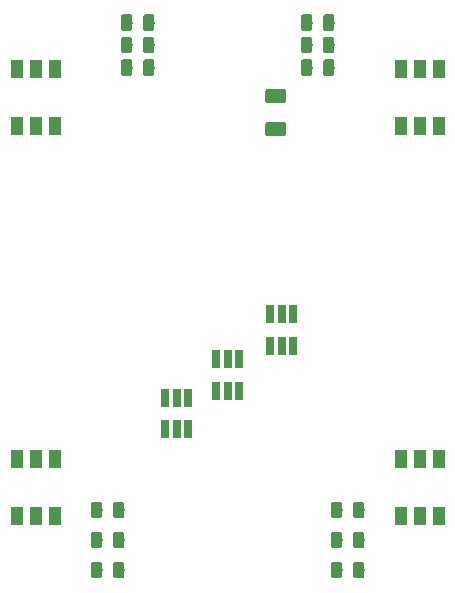
<source format=gbr>
G04 #@! TF.GenerationSoftware,KiCad,Pcbnew,5.0.2+dfsg1-1*
G04 #@! TF.CreationDate,2021-08-24T19:42:59-04:00*
G04 #@! TF.ProjectId,WIFI_RGB_PCB,57494649-5f52-4474-925f-5043422e6b69,rev?*
G04 #@! TF.SameCoordinates,Original*
G04 #@! TF.FileFunction,Paste,Top*
G04 #@! TF.FilePolarity,Positive*
%FSLAX46Y46*%
G04 Gerber Fmt 4.6, Leading zero omitted, Abs format (unit mm)*
G04 Created by KiCad (PCBNEW 5.0.2+dfsg1-1) date Tue 24 Aug 2021 07:42:59 PM EDT*
%MOMM*%
%LPD*%
G01*
G04 APERTURE LIST*
%ADD10R,1.000000X1.500000*%
%ADD11C,0.100000*%
%ADD12C,0.975000*%
%ADD13C,1.250000*%
%ADD14R,0.650000X1.560000*%
G04 APERTURE END LIST*
D10*
G04 #@! TO.C,D4*
X111176000Y-76110000D03*
X112776000Y-76110000D03*
X114376000Y-76110000D03*
X111176000Y-71210000D03*
X112776000Y-71210000D03*
X114376000Y-71210000D03*
G04 #@! TD*
G04 #@! TO.C,D3*
X81864000Y-71210000D03*
X80264000Y-71210000D03*
X78664000Y-71210000D03*
X81864000Y-76110000D03*
X80264000Y-76110000D03*
X78664000Y-76110000D03*
G04 #@! TD*
G04 #@! TO.C,D2*
X114376000Y-104230000D03*
X112776000Y-104230000D03*
X111176000Y-104230000D03*
X114376000Y-109130000D03*
X112776000Y-109130000D03*
X111176000Y-109130000D03*
G04 #@! TD*
G04 #@! TO.C,D1*
X78664000Y-109130000D03*
X80264000Y-109130000D03*
X81864000Y-109130000D03*
X78664000Y-104230000D03*
X80264000Y-104230000D03*
X81864000Y-104230000D03*
G04 #@! TD*
D11*
G04 #@! TO.C,R7*
G36*
X88230142Y-66611174D02*
X88253803Y-66614684D01*
X88277007Y-66620496D01*
X88299529Y-66628554D01*
X88321153Y-66638782D01*
X88341670Y-66651079D01*
X88360883Y-66665329D01*
X88378607Y-66681393D01*
X88394671Y-66699117D01*
X88408921Y-66718330D01*
X88421218Y-66738847D01*
X88431446Y-66760471D01*
X88439504Y-66782993D01*
X88445316Y-66806197D01*
X88448826Y-66829858D01*
X88450000Y-66853750D01*
X88450000Y-67766250D01*
X88448826Y-67790142D01*
X88445316Y-67813803D01*
X88439504Y-67837007D01*
X88431446Y-67859529D01*
X88421218Y-67881153D01*
X88408921Y-67901670D01*
X88394671Y-67920883D01*
X88378607Y-67938607D01*
X88360883Y-67954671D01*
X88341670Y-67968921D01*
X88321153Y-67981218D01*
X88299529Y-67991446D01*
X88277007Y-67999504D01*
X88253803Y-68005316D01*
X88230142Y-68008826D01*
X88206250Y-68010000D01*
X87718750Y-68010000D01*
X87694858Y-68008826D01*
X87671197Y-68005316D01*
X87647993Y-67999504D01*
X87625471Y-67991446D01*
X87603847Y-67981218D01*
X87583330Y-67968921D01*
X87564117Y-67954671D01*
X87546393Y-67938607D01*
X87530329Y-67920883D01*
X87516079Y-67901670D01*
X87503782Y-67881153D01*
X87493554Y-67859529D01*
X87485496Y-67837007D01*
X87479684Y-67813803D01*
X87476174Y-67790142D01*
X87475000Y-67766250D01*
X87475000Y-66853750D01*
X87476174Y-66829858D01*
X87479684Y-66806197D01*
X87485496Y-66782993D01*
X87493554Y-66760471D01*
X87503782Y-66738847D01*
X87516079Y-66718330D01*
X87530329Y-66699117D01*
X87546393Y-66681393D01*
X87564117Y-66665329D01*
X87583330Y-66651079D01*
X87603847Y-66638782D01*
X87625471Y-66628554D01*
X87647993Y-66620496D01*
X87671197Y-66614684D01*
X87694858Y-66611174D01*
X87718750Y-66610000D01*
X88206250Y-66610000D01*
X88230142Y-66611174D01*
X88230142Y-66611174D01*
G37*
D12*
X87962500Y-67310000D03*
D11*
G36*
X90105142Y-66611174D02*
X90128803Y-66614684D01*
X90152007Y-66620496D01*
X90174529Y-66628554D01*
X90196153Y-66638782D01*
X90216670Y-66651079D01*
X90235883Y-66665329D01*
X90253607Y-66681393D01*
X90269671Y-66699117D01*
X90283921Y-66718330D01*
X90296218Y-66738847D01*
X90306446Y-66760471D01*
X90314504Y-66782993D01*
X90320316Y-66806197D01*
X90323826Y-66829858D01*
X90325000Y-66853750D01*
X90325000Y-67766250D01*
X90323826Y-67790142D01*
X90320316Y-67813803D01*
X90314504Y-67837007D01*
X90306446Y-67859529D01*
X90296218Y-67881153D01*
X90283921Y-67901670D01*
X90269671Y-67920883D01*
X90253607Y-67938607D01*
X90235883Y-67954671D01*
X90216670Y-67968921D01*
X90196153Y-67981218D01*
X90174529Y-67991446D01*
X90152007Y-67999504D01*
X90128803Y-68005316D01*
X90105142Y-68008826D01*
X90081250Y-68010000D01*
X89593750Y-68010000D01*
X89569858Y-68008826D01*
X89546197Y-68005316D01*
X89522993Y-67999504D01*
X89500471Y-67991446D01*
X89478847Y-67981218D01*
X89458330Y-67968921D01*
X89439117Y-67954671D01*
X89421393Y-67938607D01*
X89405329Y-67920883D01*
X89391079Y-67901670D01*
X89378782Y-67881153D01*
X89368554Y-67859529D01*
X89360496Y-67837007D01*
X89354684Y-67813803D01*
X89351174Y-67790142D01*
X89350000Y-67766250D01*
X89350000Y-66853750D01*
X89351174Y-66829858D01*
X89354684Y-66806197D01*
X89360496Y-66782993D01*
X89368554Y-66760471D01*
X89378782Y-66738847D01*
X89391079Y-66718330D01*
X89405329Y-66699117D01*
X89421393Y-66681393D01*
X89439117Y-66665329D01*
X89458330Y-66651079D01*
X89478847Y-66638782D01*
X89500471Y-66628554D01*
X89522993Y-66620496D01*
X89546197Y-66614684D01*
X89569858Y-66611174D01*
X89593750Y-66610000D01*
X90081250Y-66610000D01*
X90105142Y-66611174D01*
X90105142Y-66611174D01*
G37*
D12*
X89837500Y-67310000D03*
G04 #@! TD*
D11*
G04 #@! TO.C,R12*
G36*
X103470142Y-66611174D02*
X103493803Y-66614684D01*
X103517007Y-66620496D01*
X103539529Y-66628554D01*
X103561153Y-66638782D01*
X103581670Y-66651079D01*
X103600883Y-66665329D01*
X103618607Y-66681393D01*
X103634671Y-66699117D01*
X103648921Y-66718330D01*
X103661218Y-66738847D01*
X103671446Y-66760471D01*
X103679504Y-66782993D01*
X103685316Y-66806197D01*
X103688826Y-66829858D01*
X103690000Y-66853750D01*
X103690000Y-67766250D01*
X103688826Y-67790142D01*
X103685316Y-67813803D01*
X103679504Y-67837007D01*
X103671446Y-67859529D01*
X103661218Y-67881153D01*
X103648921Y-67901670D01*
X103634671Y-67920883D01*
X103618607Y-67938607D01*
X103600883Y-67954671D01*
X103581670Y-67968921D01*
X103561153Y-67981218D01*
X103539529Y-67991446D01*
X103517007Y-67999504D01*
X103493803Y-68005316D01*
X103470142Y-68008826D01*
X103446250Y-68010000D01*
X102958750Y-68010000D01*
X102934858Y-68008826D01*
X102911197Y-68005316D01*
X102887993Y-67999504D01*
X102865471Y-67991446D01*
X102843847Y-67981218D01*
X102823330Y-67968921D01*
X102804117Y-67954671D01*
X102786393Y-67938607D01*
X102770329Y-67920883D01*
X102756079Y-67901670D01*
X102743782Y-67881153D01*
X102733554Y-67859529D01*
X102725496Y-67837007D01*
X102719684Y-67813803D01*
X102716174Y-67790142D01*
X102715000Y-67766250D01*
X102715000Y-66853750D01*
X102716174Y-66829858D01*
X102719684Y-66806197D01*
X102725496Y-66782993D01*
X102733554Y-66760471D01*
X102743782Y-66738847D01*
X102756079Y-66718330D01*
X102770329Y-66699117D01*
X102786393Y-66681393D01*
X102804117Y-66665329D01*
X102823330Y-66651079D01*
X102843847Y-66638782D01*
X102865471Y-66628554D01*
X102887993Y-66620496D01*
X102911197Y-66614684D01*
X102934858Y-66611174D01*
X102958750Y-66610000D01*
X103446250Y-66610000D01*
X103470142Y-66611174D01*
X103470142Y-66611174D01*
G37*
D12*
X103202500Y-67310000D03*
D11*
G36*
X105345142Y-66611174D02*
X105368803Y-66614684D01*
X105392007Y-66620496D01*
X105414529Y-66628554D01*
X105436153Y-66638782D01*
X105456670Y-66651079D01*
X105475883Y-66665329D01*
X105493607Y-66681393D01*
X105509671Y-66699117D01*
X105523921Y-66718330D01*
X105536218Y-66738847D01*
X105546446Y-66760471D01*
X105554504Y-66782993D01*
X105560316Y-66806197D01*
X105563826Y-66829858D01*
X105565000Y-66853750D01*
X105565000Y-67766250D01*
X105563826Y-67790142D01*
X105560316Y-67813803D01*
X105554504Y-67837007D01*
X105546446Y-67859529D01*
X105536218Y-67881153D01*
X105523921Y-67901670D01*
X105509671Y-67920883D01*
X105493607Y-67938607D01*
X105475883Y-67954671D01*
X105456670Y-67968921D01*
X105436153Y-67981218D01*
X105414529Y-67991446D01*
X105392007Y-67999504D01*
X105368803Y-68005316D01*
X105345142Y-68008826D01*
X105321250Y-68010000D01*
X104833750Y-68010000D01*
X104809858Y-68008826D01*
X104786197Y-68005316D01*
X104762993Y-67999504D01*
X104740471Y-67991446D01*
X104718847Y-67981218D01*
X104698330Y-67968921D01*
X104679117Y-67954671D01*
X104661393Y-67938607D01*
X104645329Y-67920883D01*
X104631079Y-67901670D01*
X104618782Y-67881153D01*
X104608554Y-67859529D01*
X104600496Y-67837007D01*
X104594684Y-67813803D01*
X104591174Y-67790142D01*
X104590000Y-67766250D01*
X104590000Y-66853750D01*
X104591174Y-66829858D01*
X104594684Y-66806197D01*
X104600496Y-66782993D01*
X104608554Y-66760471D01*
X104618782Y-66738847D01*
X104631079Y-66718330D01*
X104645329Y-66699117D01*
X104661393Y-66681393D01*
X104679117Y-66665329D01*
X104698330Y-66651079D01*
X104718847Y-66638782D01*
X104740471Y-66628554D01*
X104762993Y-66620496D01*
X104786197Y-66614684D01*
X104809858Y-66611174D01*
X104833750Y-66610000D01*
X105321250Y-66610000D01*
X105345142Y-66611174D01*
X105345142Y-66611174D01*
G37*
D12*
X105077500Y-67310000D03*
G04 #@! TD*
D11*
G04 #@! TO.C,R11*
G36*
X105345142Y-70421174D02*
X105368803Y-70424684D01*
X105392007Y-70430496D01*
X105414529Y-70438554D01*
X105436153Y-70448782D01*
X105456670Y-70461079D01*
X105475883Y-70475329D01*
X105493607Y-70491393D01*
X105509671Y-70509117D01*
X105523921Y-70528330D01*
X105536218Y-70548847D01*
X105546446Y-70570471D01*
X105554504Y-70592993D01*
X105560316Y-70616197D01*
X105563826Y-70639858D01*
X105565000Y-70663750D01*
X105565000Y-71576250D01*
X105563826Y-71600142D01*
X105560316Y-71623803D01*
X105554504Y-71647007D01*
X105546446Y-71669529D01*
X105536218Y-71691153D01*
X105523921Y-71711670D01*
X105509671Y-71730883D01*
X105493607Y-71748607D01*
X105475883Y-71764671D01*
X105456670Y-71778921D01*
X105436153Y-71791218D01*
X105414529Y-71801446D01*
X105392007Y-71809504D01*
X105368803Y-71815316D01*
X105345142Y-71818826D01*
X105321250Y-71820000D01*
X104833750Y-71820000D01*
X104809858Y-71818826D01*
X104786197Y-71815316D01*
X104762993Y-71809504D01*
X104740471Y-71801446D01*
X104718847Y-71791218D01*
X104698330Y-71778921D01*
X104679117Y-71764671D01*
X104661393Y-71748607D01*
X104645329Y-71730883D01*
X104631079Y-71711670D01*
X104618782Y-71691153D01*
X104608554Y-71669529D01*
X104600496Y-71647007D01*
X104594684Y-71623803D01*
X104591174Y-71600142D01*
X104590000Y-71576250D01*
X104590000Y-70663750D01*
X104591174Y-70639858D01*
X104594684Y-70616197D01*
X104600496Y-70592993D01*
X104608554Y-70570471D01*
X104618782Y-70548847D01*
X104631079Y-70528330D01*
X104645329Y-70509117D01*
X104661393Y-70491393D01*
X104679117Y-70475329D01*
X104698330Y-70461079D01*
X104718847Y-70448782D01*
X104740471Y-70438554D01*
X104762993Y-70430496D01*
X104786197Y-70424684D01*
X104809858Y-70421174D01*
X104833750Y-70420000D01*
X105321250Y-70420000D01*
X105345142Y-70421174D01*
X105345142Y-70421174D01*
G37*
D12*
X105077500Y-71120000D03*
D11*
G36*
X103470142Y-70421174D02*
X103493803Y-70424684D01*
X103517007Y-70430496D01*
X103539529Y-70438554D01*
X103561153Y-70448782D01*
X103581670Y-70461079D01*
X103600883Y-70475329D01*
X103618607Y-70491393D01*
X103634671Y-70509117D01*
X103648921Y-70528330D01*
X103661218Y-70548847D01*
X103671446Y-70570471D01*
X103679504Y-70592993D01*
X103685316Y-70616197D01*
X103688826Y-70639858D01*
X103690000Y-70663750D01*
X103690000Y-71576250D01*
X103688826Y-71600142D01*
X103685316Y-71623803D01*
X103679504Y-71647007D01*
X103671446Y-71669529D01*
X103661218Y-71691153D01*
X103648921Y-71711670D01*
X103634671Y-71730883D01*
X103618607Y-71748607D01*
X103600883Y-71764671D01*
X103581670Y-71778921D01*
X103561153Y-71791218D01*
X103539529Y-71801446D01*
X103517007Y-71809504D01*
X103493803Y-71815316D01*
X103470142Y-71818826D01*
X103446250Y-71820000D01*
X102958750Y-71820000D01*
X102934858Y-71818826D01*
X102911197Y-71815316D01*
X102887993Y-71809504D01*
X102865471Y-71801446D01*
X102843847Y-71791218D01*
X102823330Y-71778921D01*
X102804117Y-71764671D01*
X102786393Y-71748607D01*
X102770329Y-71730883D01*
X102756079Y-71711670D01*
X102743782Y-71691153D01*
X102733554Y-71669529D01*
X102725496Y-71647007D01*
X102719684Y-71623803D01*
X102716174Y-71600142D01*
X102715000Y-71576250D01*
X102715000Y-70663750D01*
X102716174Y-70639858D01*
X102719684Y-70616197D01*
X102725496Y-70592993D01*
X102733554Y-70570471D01*
X102743782Y-70548847D01*
X102756079Y-70528330D01*
X102770329Y-70509117D01*
X102786393Y-70491393D01*
X102804117Y-70475329D01*
X102823330Y-70461079D01*
X102843847Y-70448782D01*
X102865471Y-70438554D01*
X102887993Y-70430496D01*
X102911197Y-70424684D01*
X102934858Y-70421174D01*
X102958750Y-70420000D01*
X103446250Y-70420000D01*
X103470142Y-70421174D01*
X103470142Y-70421174D01*
G37*
D12*
X103202500Y-71120000D03*
G04 #@! TD*
D11*
G04 #@! TO.C,R10*
G36*
X103470142Y-68516174D02*
X103493803Y-68519684D01*
X103517007Y-68525496D01*
X103539529Y-68533554D01*
X103561153Y-68543782D01*
X103581670Y-68556079D01*
X103600883Y-68570329D01*
X103618607Y-68586393D01*
X103634671Y-68604117D01*
X103648921Y-68623330D01*
X103661218Y-68643847D01*
X103671446Y-68665471D01*
X103679504Y-68687993D01*
X103685316Y-68711197D01*
X103688826Y-68734858D01*
X103690000Y-68758750D01*
X103690000Y-69671250D01*
X103688826Y-69695142D01*
X103685316Y-69718803D01*
X103679504Y-69742007D01*
X103671446Y-69764529D01*
X103661218Y-69786153D01*
X103648921Y-69806670D01*
X103634671Y-69825883D01*
X103618607Y-69843607D01*
X103600883Y-69859671D01*
X103581670Y-69873921D01*
X103561153Y-69886218D01*
X103539529Y-69896446D01*
X103517007Y-69904504D01*
X103493803Y-69910316D01*
X103470142Y-69913826D01*
X103446250Y-69915000D01*
X102958750Y-69915000D01*
X102934858Y-69913826D01*
X102911197Y-69910316D01*
X102887993Y-69904504D01*
X102865471Y-69896446D01*
X102843847Y-69886218D01*
X102823330Y-69873921D01*
X102804117Y-69859671D01*
X102786393Y-69843607D01*
X102770329Y-69825883D01*
X102756079Y-69806670D01*
X102743782Y-69786153D01*
X102733554Y-69764529D01*
X102725496Y-69742007D01*
X102719684Y-69718803D01*
X102716174Y-69695142D01*
X102715000Y-69671250D01*
X102715000Y-68758750D01*
X102716174Y-68734858D01*
X102719684Y-68711197D01*
X102725496Y-68687993D01*
X102733554Y-68665471D01*
X102743782Y-68643847D01*
X102756079Y-68623330D01*
X102770329Y-68604117D01*
X102786393Y-68586393D01*
X102804117Y-68570329D01*
X102823330Y-68556079D01*
X102843847Y-68543782D01*
X102865471Y-68533554D01*
X102887993Y-68525496D01*
X102911197Y-68519684D01*
X102934858Y-68516174D01*
X102958750Y-68515000D01*
X103446250Y-68515000D01*
X103470142Y-68516174D01*
X103470142Y-68516174D01*
G37*
D12*
X103202500Y-69215000D03*
D11*
G36*
X105345142Y-68516174D02*
X105368803Y-68519684D01*
X105392007Y-68525496D01*
X105414529Y-68533554D01*
X105436153Y-68543782D01*
X105456670Y-68556079D01*
X105475883Y-68570329D01*
X105493607Y-68586393D01*
X105509671Y-68604117D01*
X105523921Y-68623330D01*
X105536218Y-68643847D01*
X105546446Y-68665471D01*
X105554504Y-68687993D01*
X105560316Y-68711197D01*
X105563826Y-68734858D01*
X105565000Y-68758750D01*
X105565000Y-69671250D01*
X105563826Y-69695142D01*
X105560316Y-69718803D01*
X105554504Y-69742007D01*
X105546446Y-69764529D01*
X105536218Y-69786153D01*
X105523921Y-69806670D01*
X105509671Y-69825883D01*
X105493607Y-69843607D01*
X105475883Y-69859671D01*
X105456670Y-69873921D01*
X105436153Y-69886218D01*
X105414529Y-69896446D01*
X105392007Y-69904504D01*
X105368803Y-69910316D01*
X105345142Y-69913826D01*
X105321250Y-69915000D01*
X104833750Y-69915000D01*
X104809858Y-69913826D01*
X104786197Y-69910316D01*
X104762993Y-69904504D01*
X104740471Y-69896446D01*
X104718847Y-69886218D01*
X104698330Y-69873921D01*
X104679117Y-69859671D01*
X104661393Y-69843607D01*
X104645329Y-69825883D01*
X104631079Y-69806670D01*
X104618782Y-69786153D01*
X104608554Y-69764529D01*
X104600496Y-69742007D01*
X104594684Y-69718803D01*
X104591174Y-69695142D01*
X104590000Y-69671250D01*
X104590000Y-68758750D01*
X104591174Y-68734858D01*
X104594684Y-68711197D01*
X104600496Y-68687993D01*
X104608554Y-68665471D01*
X104618782Y-68643847D01*
X104631079Y-68623330D01*
X104645329Y-68604117D01*
X104661393Y-68586393D01*
X104679117Y-68570329D01*
X104698330Y-68556079D01*
X104718847Y-68543782D01*
X104740471Y-68533554D01*
X104762993Y-68525496D01*
X104786197Y-68519684D01*
X104809858Y-68516174D01*
X104833750Y-68515000D01*
X105321250Y-68515000D01*
X105345142Y-68516174D01*
X105345142Y-68516174D01*
G37*
D12*
X105077500Y-69215000D03*
G04 #@! TD*
D11*
G04 #@! TO.C,R9*
G36*
X88230142Y-70421174D02*
X88253803Y-70424684D01*
X88277007Y-70430496D01*
X88299529Y-70438554D01*
X88321153Y-70448782D01*
X88341670Y-70461079D01*
X88360883Y-70475329D01*
X88378607Y-70491393D01*
X88394671Y-70509117D01*
X88408921Y-70528330D01*
X88421218Y-70548847D01*
X88431446Y-70570471D01*
X88439504Y-70592993D01*
X88445316Y-70616197D01*
X88448826Y-70639858D01*
X88450000Y-70663750D01*
X88450000Y-71576250D01*
X88448826Y-71600142D01*
X88445316Y-71623803D01*
X88439504Y-71647007D01*
X88431446Y-71669529D01*
X88421218Y-71691153D01*
X88408921Y-71711670D01*
X88394671Y-71730883D01*
X88378607Y-71748607D01*
X88360883Y-71764671D01*
X88341670Y-71778921D01*
X88321153Y-71791218D01*
X88299529Y-71801446D01*
X88277007Y-71809504D01*
X88253803Y-71815316D01*
X88230142Y-71818826D01*
X88206250Y-71820000D01*
X87718750Y-71820000D01*
X87694858Y-71818826D01*
X87671197Y-71815316D01*
X87647993Y-71809504D01*
X87625471Y-71801446D01*
X87603847Y-71791218D01*
X87583330Y-71778921D01*
X87564117Y-71764671D01*
X87546393Y-71748607D01*
X87530329Y-71730883D01*
X87516079Y-71711670D01*
X87503782Y-71691153D01*
X87493554Y-71669529D01*
X87485496Y-71647007D01*
X87479684Y-71623803D01*
X87476174Y-71600142D01*
X87475000Y-71576250D01*
X87475000Y-70663750D01*
X87476174Y-70639858D01*
X87479684Y-70616197D01*
X87485496Y-70592993D01*
X87493554Y-70570471D01*
X87503782Y-70548847D01*
X87516079Y-70528330D01*
X87530329Y-70509117D01*
X87546393Y-70491393D01*
X87564117Y-70475329D01*
X87583330Y-70461079D01*
X87603847Y-70448782D01*
X87625471Y-70438554D01*
X87647993Y-70430496D01*
X87671197Y-70424684D01*
X87694858Y-70421174D01*
X87718750Y-70420000D01*
X88206250Y-70420000D01*
X88230142Y-70421174D01*
X88230142Y-70421174D01*
G37*
D12*
X87962500Y-71120000D03*
D11*
G36*
X90105142Y-70421174D02*
X90128803Y-70424684D01*
X90152007Y-70430496D01*
X90174529Y-70438554D01*
X90196153Y-70448782D01*
X90216670Y-70461079D01*
X90235883Y-70475329D01*
X90253607Y-70491393D01*
X90269671Y-70509117D01*
X90283921Y-70528330D01*
X90296218Y-70548847D01*
X90306446Y-70570471D01*
X90314504Y-70592993D01*
X90320316Y-70616197D01*
X90323826Y-70639858D01*
X90325000Y-70663750D01*
X90325000Y-71576250D01*
X90323826Y-71600142D01*
X90320316Y-71623803D01*
X90314504Y-71647007D01*
X90306446Y-71669529D01*
X90296218Y-71691153D01*
X90283921Y-71711670D01*
X90269671Y-71730883D01*
X90253607Y-71748607D01*
X90235883Y-71764671D01*
X90216670Y-71778921D01*
X90196153Y-71791218D01*
X90174529Y-71801446D01*
X90152007Y-71809504D01*
X90128803Y-71815316D01*
X90105142Y-71818826D01*
X90081250Y-71820000D01*
X89593750Y-71820000D01*
X89569858Y-71818826D01*
X89546197Y-71815316D01*
X89522993Y-71809504D01*
X89500471Y-71801446D01*
X89478847Y-71791218D01*
X89458330Y-71778921D01*
X89439117Y-71764671D01*
X89421393Y-71748607D01*
X89405329Y-71730883D01*
X89391079Y-71711670D01*
X89378782Y-71691153D01*
X89368554Y-71669529D01*
X89360496Y-71647007D01*
X89354684Y-71623803D01*
X89351174Y-71600142D01*
X89350000Y-71576250D01*
X89350000Y-70663750D01*
X89351174Y-70639858D01*
X89354684Y-70616197D01*
X89360496Y-70592993D01*
X89368554Y-70570471D01*
X89378782Y-70548847D01*
X89391079Y-70528330D01*
X89405329Y-70509117D01*
X89421393Y-70491393D01*
X89439117Y-70475329D01*
X89458330Y-70461079D01*
X89478847Y-70448782D01*
X89500471Y-70438554D01*
X89522993Y-70430496D01*
X89546197Y-70424684D01*
X89569858Y-70421174D01*
X89593750Y-70420000D01*
X90081250Y-70420000D01*
X90105142Y-70421174D01*
X90105142Y-70421174D01*
G37*
D12*
X89837500Y-71120000D03*
G04 #@! TD*
D11*
G04 #@! TO.C,R6*
G36*
X106010142Y-107886174D02*
X106033803Y-107889684D01*
X106057007Y-107895496D01*
X106079529Y-107903554D01*
X106101153Y-107913782D01*
X106121670Y-107926079D01*
X106140883Y-107940329D01*
X106158607Y-107956393D01*
X106174671Y-107974117D01*
X106188921Y-107993330D01*
X106201218Y-108013847D01*
X106211446Y-108035471D01*
X106219504Y-108057993D01*
X106225316Y-108081197D01*
X106228826Y-108104858D01*
X106230000Y-108128750D01*
X106230000Y-109041250D01*
X106228826Y-109065142D01*
X106225316Y-109088803D01*
X106219504Y-109112007D01*
X106211446Y-109134529D01*
X106201218Y-109156153D01*
X106188921Y-109176670D01*
X106174671Y-109195883D01*
X106158607Y-109213607D01*
X106140883Y-109229671D01*
X106121670Y-109243921D01*
X106101153Y-109256218D01*
X106079529Y-109266446D01*
X106057007Y-109274504D01*
X106033803Y-109280316D01*
X106010142Y-109283826D01*
X105986250Y-109285000D01*
X105498750Y-109285000D01*
X105474858Y-109283826D01*
X105451197Y-109280316D01*
X105427993Y-109274504D01*
X105405471Y-109266446D01*
X105383847Y-109256218D01*
X105363330Y-109243921D01*
X105344117Y-109229671D01*
X105326393Y-109213607D01*
X105310329Y-109195883D01*
X105296079Y-109176670D01*
X105283782Y-109156153D01*
X105273554Y-109134529D01*
X105265496Y-109112007D01*
X105259684Y-109088803D01*
X105256174Y-109065142D01*
X105255000Y-109041250D01*
X105255000Y-108128750D01*
X105256174Y-108104858D01*
X105259684Y-108081197D01*
X105265496Y-108057993D01*
X105273554Y-108035471D01*
X105283782Y-108013847D01*
X105296079Y-107993330D01*
X105310329Y-107974117D01*
X105326393Y-107956393D01*
X105344117Y-107940329D01*
X105363330Y-107926079D01*
X105383847Y-107913782D01*
X105405471Y-107903554D01*
X105427993Y-107895496D01*
X105451197Y-107889684D01*
X105474858Y-107886174D01*
X105498750Y-107885000D01*
X105986250Y-107885000D01*
X106010142Y-107886174D01*
X106010142Y-107886174D01*
G37*
D12*
X105742500Y-108585000D03*
D11*
G36*
X107885142Y-107886174D02*
X107908803Y-107889684D01*
X107932007Y-107895496D01*
X107954529Y-107903554D01*
X107976153Y-107913782D01*
X107996670Y-107926079D01*
X108015883Y-107940329D01*
X108033607Y-107956393D01*
X108049671Y-107974117D01*
X108063921Y-107993330D01*
X108076218Y-108013847D01*
X108086446Y-108035471D01*
X108094504Y-108057993D01*
X108100316Y-108081197D01*
X108103826Y-108104858D01*
X108105000Y-108128750D01*
X108105000Y-109041250D01*
X108103826Y-109065142D01*
X108100316Y-109088803D01*
X108094504Y-109112007D01*
X108086446Y-109134529D01*
X108076218Y-109156153D01*
X108063921Y-109176670D01*
X108049671Y-109195883D01*
X108033607Y-109213607D01*
X108015883Y-109229671D01*
X107996670Y-109243921D01*
X107976153Y-109256218D01*
X107954529Y-109266446D01*
X107932007Y-109274504D01*
X107908803Y-109280316D01*
X107885142Y-109283826D01*
X107861250Y-109285000D01*
X107373750Y-109285000D01*
X107349858Y-109283826D01*
X107326197Y-109280316D01*
X107302993Y-109274504D01*
X107280471Y-109266446D01*
X107258847Y-109256218D01*
X107238330Y-109243921D01*
X107219117Y-109229671D01*
X107201393Y-109213607D01*
X107185329Y-109195883D01*
X107171079Y-109176670D01*
X107158782Y-109156153D01*
X107148554Y-109134529D01*
X107140496Y-109112007D01*
X107134684Y-109088803D01*
X107131174Y-109065142D01*
X107130000Y-109041250D01*
X107130000Y-108128750D01*
X107131174Y-108104858D01*
X107134684Y-108081197D01*
X107140496Y-108057993D01*
X107148554Y-108035471D01*
X107158782Y-108013847D01*
X107171079Y-107993330D01*
X107185329Y-107974117D01*
X107201393Y-107956393D01*
X107219117Y-107940329D01*
X107238330Y-107926079D01*
X107258847Y-107913782D01*
X107280471Y-107903554D01*
X107302993Y-107895496D01*
X107326197Y-107889684D01*
X107349858Y-107886174D01*
X107373750Y-107885000D01*
X107861250Y-107885000D01*
X107885142Y-107886174D01*
X107885142Y-107886174D01*
G37*
D12*
X107617500Y-108585000D03*
G04 #@! TD*
D11*
G04 #@! TO.C,R5*
G36*
X107885142Y-110426174D02*
X107908803Y-110429684D01*
X107932007Y-110435496D01*
X107954529Y-110443554D01*
X107976153Y-110453782D01*
X107996670Y-110466079D01*
X108015883Y-110480329D01*
X108033607Y-110496393D01*
X108049671Y-110514117D01*
X108063921Y-110533330D01*
X108076218Y-110553847D01*
X108086446Y-110575471D01*
X108094504Y-110597993D01*
X108100316Y-110621197D01*
X108103826Y-110644858D01*
X108105000Y-110668750D01*
X108105000Y-111581250D01*
X108103826Y-111605142D01*
X108100316Y-111628803D01*
X108094504Y-111652007D01*
X108086446Y-111674529D01*
X108076218Y-111696153D01*
X108063921Y-111716670D01*
X108049671Y-111735883D01*
X108033607Y-111753607D01*
X108015883Y-111769671D01*
X107996670Y-111783921D01*
X107976153Y-111796218D01*
X107954529Y-111806446D01*
X107932007Y-111814504D01*
X107908803Y-111820316D01*
X107885142Y-111823826D01*
X107861250Y-111825000D01*
X107373750Y-111825000D01*
X107349858Y-111823826D01*
X107326197Y-111820316D01*
X107302993Y-111814504D01*
X107280471Y-111806446D01*
X107258847Y-111796218D01*
X107238330Y-111783921D01*
X107219117Y-111769671D01*
X107201393Y-111753607D01*
X107185329Y-111735883D01*
X107171079Y-111716670D01*
X107158782Y-111696153D01*
X107148554Y-111674529D01*
X107140496Y-111652007D01*
X107134684Y-111628803D01*
X107131174Y-111605142D01*
X107130000Y-111581250D01*
X107130000Y-110668750D01*
X107131174Y-110644858D01*
X107134684Y-110621197D01*
X107140496Y-110597993D01*
X107148554Y-110575471D01*
X107158782Y-110553847D01*
X107171079Y-110533330D01*
X107185329Y-110514117D01*
X107201393Y-110496393D01*
X107219117Y-110480329D01*
X107238330Y-110466079D01*
X107258847Y-110453782D01*
X107280471Y-110443554D01*
X107302993Y-110435496D01*
X107326197Y-110429684D01*
X107349858Y-110426174D01*
X107373750Y-110425000D01*
X107861250Y-110425000D01*
X107885142Y-110426174D01*
X107885142Y-110426174D01*
G37*
D12*
X107617500Y-111125000D03*
D11*
G36*
X106010142Y-110426174D02*
X106033803Y-110429684D01*
X106057007Y-110435496D01*
X106079529Y-110443554D01*
X106101153Y-110453782D01*
X106121670Y-110466079D01*
X106140883Y-110480329D01*
X106158607Y-110496393D01*
X106174671Y-110514117D01*
X106188921Y-110533330D01*
X106201218Y-110553847D01*
X106211446Y-110575471D01*
X106219504Y-110597993D01*
X106225316Y-110621197D01*
X106228826Y-110644858D01*
X106230000Y-110668750D01*
X106230000Y-111581250D01*
X106228826Y-111605142D01*
X106225316Y-111628803D01*
X106219504Y-111652007D01*
X106211446Y-111674529D01*
X106201218Y-111696153D01*
X106188921Y-111716670D01*
X106174671Y-111735883D01*
X106158607Y-111753607D01*
X106140883Y-111769671D01*
X106121670Y-111783921D01*
X106101153Y-111796218D01*
X106079529Y-111806446D01*
X106057007Y-111814504D01*
X106033803Y-111820316D01*
X106010142Y-111823826D01*
X105986250Y-111825000D01*
X105498750Y-111825000D01*
X105474858Y-111823826D01*
X105451197Y-111820316D01*
X105427993Y-111814504D01*
X105405471Y-111806446D01*
X105383847Y-111796218D01*
X105363330Y-111783921D01*
X105344117Y-111769671D01*
X105326393Y-111753607D01*
X105310329Y-111735883D01*
X105296079Y-111716670D01*
X105283782Y-111696153D01*
X105273554Y-111674529D01*
X105265496Y-111652007D01*
X105259684Y-111628803D01*
X105256174Y-111605142D01*
X105255000Y-111581250D01*
X105255000Y-110668750D01*
X105256174Y-110644858D01*
X105259684Y-110621197D01*
X105265496Y-110597993D01*
X105273554Y-110575471D01*
X105283782Y-110553847D01*
X105296079Y-110533330D01*
X105310329Y-110514117D01*
X105326393Y-110496393D01*
X105344117Y-110480329D01*
X105363330Y-110466079D01*
X105383847Y-110453782D01*
X105405471Y-110443554D01*
X105427993Y-110435496D01*
X105451197Y-110429684D01*
X105474858Y-110426174D01*
X105498750Y-110425000D01*
X105986250Y-110425000D01*
X106010142Y-110426174D01*
X106010142Y-110426174D01*
G37*
D12*
X105742500Y-111125000D03*
G04 #@! TD*
D11*
G04 #@! TO.C,R4*
G36*
X106010142Y-112966174D02*
X106033803Y-112969684D01*
X106057007Y-112975496D01*
X106079529Y-112983554D01*
X106101153Y-112993782D01*
X106121670Y-113006079D01*
X106140883Y-113020329D01*
X106158607Y-113036393D01*
X106174671Y-113054117D01*
X106188921Y-113073330D01*
X106201218Y-113093847D01*
X106211446Y-113115471D01*
X106219504Y-113137993D01*
X106225316Y-113161197D01*
X106228826Y-113184858D01*
X106230000Y-113208750D01*
X106230000Y-114121250D01*
X106228826Y-114145142D01*
X106225316Y-114168803D01*
X106219504Y-114192007D01*
X106211446Y-114214529D01*
X106201218Y-114236153D01*
X106188921Y-114256670D01*
X106174671Y-114275883D01*
X106158607Y-114293607D01*
X106140883Y-114309671D01*
X106121670Y-114323921D01*
X106101153Y-114336218D01*
X106079529Y-114346446D01*
X106057007Y-114354504D01*
X106033803Y-114360316D01*
X106010142Y-114363826D01*
X105986250Y-114365000D01*
X105498750Y-114365000D01*
X105474858Y-114363826D01*
X105451197Y-114360316D01*
X105427993Y-114354504D01*
X105405471Y-114346446D01*
X105383847Y-114336218D01*
X105363330Y-114323921D01*
X105344117Y-114309671D01*
X105326393Y-114293607D01*
X105310329Y-114275883D01*
X105296079Y-114256670D01*
X105283782Y-114236153D01*
X105273554Y-114214529D01*
X105265496Y-114192007D01*
X105259684Y-114168803D01*
X105256174Y-114145142D01*
X105255000Y-114121250D01*
X105255000Y-113208750D01*
X105256174Y-113184858D01*
X105259684Y-113161197D01*
X105265496Y-113137993D01*
X105273554Y-113115471D01*
X105283782Y-113093847D01*
X105296079Y-113073330D01*
X105310329Y-113054117D01*
X105326393Y-113036393D01*
X105344117Y-113020329D01*
X105363330Y-113006079D01*
X105383847Y-112993782D01*
X105405471Y-112983554D01*
X105427993Y-112975496D01*
X105451197Y-112969684D01*
X105474858Y-112966174D01*
X105498750Y-112965000D01*
X105986250Y-112965000D01*
X106010142Y-112966174D01*
X106010142Y-112966174D01*
G37*
D12*
X105742500Y-113665000D03*
D11*
G36*
X107885142Y-112966174D02*
X107908803Y-112969684D01*
X107932007Y-112975496D01*
X107954529Y-112983554D01*
X107976153Y-112993782D01*
X107996670Y-113006079D01*
X108015883Y-113020329D01*
X108033607Y-113036393D01*
X108049671Y-113054117D01*
X108063921Y-113073330D01*
X108076218Y-113093847D01*
X108086446Y-113115471D01*
X108094504Y-113137993D01*
X108100316Y-113161197D01*
X108103826Y-113184858D01*
X108105000Y-113208750D01*
X108105000Y-114121250D01*
X108103826Y-114145142D01*
X108100316Y-114168803D01*
X108094504Y-114192007D01*
X108086446Y-114214529D01*
X108076218Y-114236153D01*
X108063921Y-114256670D01*
X108049671Y-114275883D01*
X108033607Y-114293607D01*
X108015883Y-114309671D01*
X107996670Y-114323921D01*
X107976153Y-114336218D01*
X107954529Y-114346446D01*
X107932007Y-114354504D01*
X107908803Y-114360316D01*
X107885142Y-114363826D01*
X107861250Y-114365000D01*
X107373750Y-114365000D01*
X107349858Y-114363826D01*
X107326197Y-114360316D01*
X107302993Y-114354504D01*
X107280471Y-114346446D01*
X107258847Y-114336218D01*
X107238330Y-114323921D01*
X107219117Y-114309671D01*
X107201393Y-114293607D01*
X107185329Y-114275883D01*
X107171079Y-114256670D01*
X107158782Y-114236153D01*
X107148554Y-114214529D01*
X107140496Y-114192007D01*
X107134684Y-114168803D01*
X107131174Y-114145142D01*
X107130000Y-114121250D01*
X107130000Y-113208750D01*
X107131174Y-113184858D01*
X107134684Y-113161197D01*
X107140496Y-113137993D01*
X107148554Y-113115471D01*
X107158782Y-113093847D01*
X107171079Y-113073330D01*
X107185329Y-113054117D01*
X107201393Y-113036393D01*
X107219117Y-113020329D01*
X107238330Y-113006079D01*
X107258847Y-112993782D01*
X107280471Y-112983554D01*
X107302993Y-112975496D01*
X107326197Y-112969684D01*
X107349858Y-112966174D01*
X107373750Y-112965000D01*
X107861250Y-112965000D01*
X107885142Y-112966174D01*
X107885142Y-112966174D01*
G37*
D12*
X107617500Y-113665000D03*
G04 #@! TD*
D11*
G04 #@! TO.C,R3*
G36*
X85690142Y-112966174D02*
X85713803Y-112969684D01*
X85737007Y-112975496D01*
X85759529Y-112983554D01*
X85781153Y-112993782D01*
X85801670Y-113006079D01*
X85820883Y-113020329D01*
X85838607Y-113036393D01*
X85854671Y-113054117D01*
X85868921Y-113073330D01*
X85881218Y-113093847D01*
X85891446Y-113115471D01*
X85899504Y-113137993D01*
X85905316Y-113161197D01*
X85908826Y-113184858D01*
X85910000Y-113208750D01*
X85910000Y-114121250D01*
X85908826Y-114145142D01*
X85905316Y-114168803D01*
X85899504Y-114192007D01*
X85891446Y-114214529D01*
X85881218Y-114236153D01*
X85868921Y-114256670D01*
X85854671Y-114275883D01*
X85838607Y-114293607D01*
X85820883Y-114309671D01*
X85801670Y-114323921D01*
X85781153Y-114336218D01*
X85759529Y-114346446D01*
X85737007Y-114354504D01*
X85713803Y-114360316D01*
X85690142Y-114363826D01*
X85666250Y-114365000D01*
X85178750Y-114365000D01*
X85154858Y-114363826D01*
X85131197Y-114360316D01*
X85107993Y-114354504D01*
X85085471Y-114346446D01*
X85063847Y-114336218D01*
X85043330Y-114323921D01*
X85024117Y-114309671D01*
X85006393Y-114293607D01*
X84990329Y-114275883D01*
X84976079Y-114256670D01*
X84963782Y-114236153D01*
X84953554Y-114214529D01*
X84945496Y-114192007D01*
X84939684Y-114168803D01*
X84936174Y-114145142D01*
X84935000Y-114121250D01*
X84935000Y-113208750D01*
X84936174Y-113184858D01*
X84939684Y-113161197D01*
X84945496Y-113137993D01*
X84953554Y-113115471D01*
X84963782Y-113093847D01*
X84976079Y-113073330D01*
X84990329Y-113054117D01*
X85006393Y-113036393D01*
X85024117Y-113020329D01*
X85043330Y-113006079D01*
X85063847Y-112993782D01*
X85085471Y-112983554D01*
X85107993Y-112975496D01*
X85131197Y-112969684D01*
X85154858Y-112966174D01*
X85178750Y-112965000D01*
X85666250Y-112965000D01*
X85690142Y-112966174D01*
X85690142Y-112966174D01*
G37*
D12*
X85422500Y-113665000D03*
D11*
G36*
X87565142Y-112966174D02*
X87588803Y-112969684D01*
X87612007Y-112975496D01*
X87634529Y-112983554D01*
X87656153Y-112993782D01*
X87676670Y-113006079D01*
X87695883Y-113020329D01*
X87713607Y-113036393D01*
X87729671Y-113054117D01*
X87743921Y-113073330D01*
X87756218Y-113093847D01*
X87766446Y-113115471D01*
X87774504Y-113137993D01*
X87780316Y-113161197D01*
X87783826Y-113184858D01*
X87785000Y-113208750D01*
X87785000Y-114121250D01*
X87783826Y-114145142D01*
X87780316Y-114168803D01*
X87774504Y-114192007D01*
X87766446Y-114214529D01*
X87756218Y-114236153D01*
X87743921Y-114256670D01*
X87729671Y-114275883D01*
X87713607Y-114293607D01*
X87695883Y-114309671D01*
X87676670Y-114323921D01*
X87656153Y-114336218D01*
X87634529Y-114346446D01*
X87612007Y-114354504D01*
X87588803Y-114360316D01*
X87565142Y-114363826D01*
X87541250Y-114365000D01*
X87053750Y-114365000D01*
X87029858Y-114363826D01*
X87006197Y-114360316D01*
X86982993Y-114354504D01*
X86960471Y-114346446D01*
X86938847Y-114336218D01*
X86918330Y-114323921D01*
X86899117Y-114309671D01*
X86881393Y-114293607D01*
X86865329Y-114275883D01*
X86851079Y-114256670D01*
X86838782Y-114236153D01*
X86828554Y-114214529D01*
X86820496Y-114192007D01*
X86814684Y-114168803D01*
X86811174Y-114145142D01*
X86810000Y-114121250D01*
X86810000Y-113208750D01*
X86811174Y-113184858D01*
X86814684Y-113161197D01*
X86820496Y-113137993D01*
X86828554Y-113115471D01*
X86838782Y-113093847D01*
X86851079Y-113073330D01*
X86865329Y-113054117D01*
X86881393Y-113036393D01*
X86899117Y-113020329D01*
X86918330Y-113006079D01*
X86938847Y-112993782D01*
X86960471Y-112983554D01*
X86982993Y-112975496D01*
X87006197Y-112969684D01*
X87029858Y-112966174D01*
X87053750Y-112965000D01*
X87541250Y-112965000D01*
X87565142Y-112966174D01*
X87565142Y-112966174D01*
G37*
D12*
X87297500Y-113665000D03*
G04 #@! TD*
D11*
G04 #@! TO.C,R2*
G36*
X87565142Y-110426174D02*
X87588803Y-110429684D01*
X87612007Y-110435496D01*
X87634529Y-110443554D01*
X87656153Y-110453782D01*
X87676670Y-110466079D01*
X87695883Y-110480329D01*
X87713607Y-110496393D01*
X87729671Y-110514117D01*
X87743921Y-110533330D01*
X87756218Y-110553847D01*
X87766446Y-110575471D01*
X87774504Y-110597993D01*
X87780316Y-110621197D01*
X87783826Y-110644858D01*
X87785000Y-110668750D01*
X87785000Y-111581250D01*
X87783826Y-111605142D01*
X87780316Y-111628803D01*
X87774504Y-111652007D01*
X87766446Y-111674529D01*
X87756218Y-111696153D01*
X87743921Y-111716670D01*
X87729671Y-111735883D01*
X87713607Y-111753607D01*
X87695883Y-111769671D01*
X87676670Y-111783921D01*
X87656153Y-111796218D01*
X87634529Y-111806446D01*
X87612007Y-111814504D01*
X87588803Y-111820316D01*
X87565142Y-111823826D01*
X87541250Y-111825000D01*
X87053750Y-111825000D01*
X87029858Y-111823826D01*
X87006197Y-111820316D01*
X86982993Y-111814504D01*
X86960471Y-111806446D01*
X86938847Y-111796218D01*
X86918330Y-111783921D01*
X86899117Y-111769671D01*
X86881393Y-111753607D01*
X86865329Y-111735883D01*
X86851079Y-111716670D01*
X86838782Y-111696153D01*
X86828554Y-111674529D01*
X86820496Y-111652007D01*
X86814684Y-111628803D01*
X86811174Y-111605142D01*
X86810000Y-111581250D01*
X86810000Y-110668750D01*
X86811174Y-110644858D01*
X86814684Y-110621197D01*
X86820496Y-110597993D01*
X86828554Y-110575471D01*
X86838782Y-110553847D01*
X86851079Y-110533330D01*
X86865329Y-110514117D01*
X86881393Y-110496393D01*
X86899117Y-110480329D01*
X86918330Y-110466079D01*
X86938847Y-110453782D01*
X86960471Y-110443554D01*
X86982993Y-110435496D01*
X87006197Y-110429684D01*
X87029858Y-110426174D01*
X87053750Y-110425000D01*
X87541250Y-110425000D01*
X87565142Y-110426174D01*
X87565142Y-110426174D01*
G37*
D12*
X87297500Y-111125000D03*
D11*
G36*
X85690142Y-110426174D02*
X85713803Y-110429684D01*
X85737007Y-110435496D01*
X85759529Y-110443554D01*
X85781153Y-110453782D01*
X85801670Y-110466079D01*
X85820883Y-110480329D01*
X85838607Y-110496393D01*
X85854671Y-110514117D01*
X85868921Y-110533330D01*
X85881218Y-110553847D01*
X85891446Y-110575471D01*
X85899504Y-110597993D01*
X85905316Y-110621197D01*
X85908826Y-110644858D01*
X85910000Y-110668750D01*
X85910000Y-111581250D01*
X85908826Y-111605142D01*
X85905316Y-111628803D01*
X85899504Y-111652007D01*
X85891446Y-111674529D01*
X85881218Y-111696153D01*
X85868921Y-111716670D01*
X85854671Y-111735883D01*
X85838607Y-111753607D01*
X85820883Y-111769671D01*
X85801670Y-111783921D01*
X85781153Y-111796218D01*
X85759529Y-111806446D01*
X85737007Y-111814504D01*
X85713803Y-111820316D01*
X85690142Y-111823826D01*
X85666250Y-111825000D01*
X85178750Y-111825000D01*
X85154858Y-111823826D01*
X85131197Y-111820316D01*
X85107993Y-111814504D01*
X85085471Y-111806446D01*
X85063847Y-111796218D01*
X85043330Y-111783921D01*
X85024117Y-111769671D01*
X85006393Y-111753607D01*
X84990329Y-111735883D01*
X84976079Y-111716670D01*
X84963782Y-111696153D01*
X84953554Y-111674529D01*
X84945496Y-111652007D01*
X84939684Y-111628803D01*
X84936174Y-111605142D01*
X84935000Y-111581250D01*
X84935000Y-110668750D01*
X84936174Y-110644858D01*
X84939684Y-110621197D01*
X84945496Y-110597993D01*
X84953554Y-110575471D01*
X84963782Y-110553847D01*
X84976079Y-110533330D01*
X84990329Y-110514117D01*
X85006393Y-110496393D01*
X85024117Y-110480329D01*
X85043330Y-110466079D01*
X85063847Y-110453782D01*
X85085471Y-110443554D01*
X85107993Y-110435496D01*
X85131197Y-110429684D01*
X85154858Y-110426174D01*
X85178750Y-110425000D01*
X85666250Y-110425000D01*
X85690142Y-110426174D01*
X85690142Y-110426174D01*
G37*
D12*
X85422500Y-111125000D03*
G04 #@! TD*
D11*
G04 #@! TO.C,R1*
G36*
X85690142Y-107886174D02*
X85713803Y-107889684D01*
X85737007Y-107895496D01*
X85759529Y-107903554D01*
X85781153Y-107913782D01*
X85801670Y-107926079D01*
X85820883Y-107940329D01*
X85838607Y-107956393D01*
X85854671Y-107974117D01*
X85868921Y-107993330D01*
X85881218Y-108013847D01*
X85891446Y-108035471D01*
X85899504Y-108057993D01*
X85905316Y-108081197D01*
X85908826Y-108104858D01*
X85910000Y-108128750D01*
X85910000Y-109041250D01*
X85908826Y-109065142D01*
X85905316Y-109088803D01*
X85899504Y-109112007D01*
X85891446Y-109134529D01*
X85881218Y-109156153D01*
X85868921Y-109176670D01*
X85854671Y-109195883D01*
X85838607Y-109213607D01*
X85820883Y-109229671D01*
X85801670Y-109243921D01*
X85781153Y-109256218D01*
X85759529Y-109266446D01*
X85737007Y-109274504D01*
X85713803Y-109280316D01*
X85690142Y-109283826D01*
X85666250Y-109285000D01*
X85178750Y-109285000D01*
X85154858Y-109283826D01*
X85131197Y-109280316D01*
X85107993Y-109274504D01*
X85085471Y-109266446D01*
X85063847Y-109256218D01*
X85043330Y-109243921D01*
X85024117Y-109229671D01*
X85006393Y-109213607D01*
X84990329Y-109195883D01*
X84976079Y-109176670D01*
X84963782Y-109156153D01*
X84953554Y-109134529D01*
X84945496Y-109112007D01*
X84939684Y-109088803D01*
X84936174Y-109065142D01*
X84935000Y-109041250D01*
X84935000Y-108128750D01*
X84936174Y-108104858D01*
X84939684Y-108081197D01*
X84945496Y-108057993D01*
X84953554Y-108035471D01*
X84963782Y-108013847D01*
X84976079Y-107993330D01*
X84990329Y-107974117D01*
X85006393Y-107956393D01*
X85024117Y-107940329D01*
X85043330Y-107926079D01*
X85063847Y-107913782D01*
X85085471Y-107903554D01*
X85107993Y-107895496D01*
X85131197Y-107889684D01*
X85154858Y-107886174D01*
X85178750Y-107885000D01*
X85666250Y-107885000D01*
X85690142Y-107886174D01*
X85690142Y-107886174D01*
G37*
D12*
X85422500Y-108585000D03*
D11*
G36*
X87565142Y-107886174D02*
X87588803Y-107889684D01*
X87612007Y-107895496D01*
X87634529Y-107903554D01*
X87656153Y-107913782D01*
X87676670Y-107926079D01*
X87695883Y-107940329D01*
X87713607Y-107956393D01*
X87729671Y-107974117D01*
X87743921Y-107993330D01*
X87756218Y-108013847D01*
X87766446Y-108035471D01*
X87774504Y-108057993D01*
X87780316Y-108081197D01*
X87783826Y-108104858D01*
X87785000Y-108128750D01*
X87785000Y-109041250D01*
X87783826Y-109065142D01*
X87780316Y-109088803D01*
X87774504Y-109112007D01*
X87766446Y-109134529D01*
X87756218Y-109156153D01*
X87743921Y-109176670D01*
X87729671Y-109195883D01*
X87713607Y-109213607D01*
X87695883Y-109229671D01*
X87676670Y-109243921D01*
X87656153Y-109256218D01*
X87634529Y-109266446D01*
X87612007Y-109274504D01*
X87588803Y-109280316D01*
X87565142Y-109283826D01*
X87541250Y-109285000D01*
X87053750Y-109285000D01*
X87029858Y-109283826D01*
X87006197Y-109280316D01*
X86982993Y-109274504D01*
X86960471Y-109266446D01*
X86938847Y-109256218D01*
X86918330Y-109243921D01*
X86899117Y-109229671D01*
X86881393Y-109213607D01*
X86865329Y-109195883D01*
X86851079Y-109176670D01*
X86838782Y-109156153D01*
X86828554Y-109134529D01*
X86820496Y-109112007D01*
X86814684Y-109088803D01*
X86811174Y-109065142D01*
X86810000Y-109041250D01*
X86810000Y-108128750D01*
X86811174Y-108104858D01*
X86814684Y-108081197D01*
X86820496Y-108057993D01*
X86828554Y-108035471D01*
X86838782Y-108013847D01*
X86851079Y-107993330D01*
X86865329Y-107974117D01*
X86881393Y-107956393D01*
X86899117Y-107940329D01*
X86918330Y-107926079D01*
X86938847Y-107913782D01*
X86960471Y-107903554D01*
X86982993Y-107895496D01*
X87006197Y-107889684D01*
X87029858Y-107886174D01*
X87053750Y-107885000D01*
X87541250Y-107885000D01*
X87565142Y-107886174D01*
X87565142Y-107886174D01*
G37*
D12*
X87297500Y-108585000D03*
G04 #@! TD*
D11*
G04 #@! TO.C,R8*
G36*
X90105142Y-68516174D02*
X90128803Y-68519684D01*
X90152007Y-68525496D01*
X90174529Y-68533554D01*
X90196153Y-68543782D01*
X90216670Y-68556079D01*
X90235883Y-68570329D01*
X90253607Y-68586393D01*
X90269671Y-68604117D01*
X90283921Y-68623330D01*
X90296218Y-68643847D01*
X90306446Y-68665471D01*
X90314504Y-68687993D01*
X90320316Y-68711197D01*
X90323826Y-68734858D01*
X90325000Y-68758750D01*
X90325000Y-69671250D01*
X90323826Y-69695142D01*
X90320316Y-69718803D01*
X90314504Y-69742007D01*
X90306446Y-69764529D01*
X90296218Y-69786153D01*
X90283921Y-69806670D01*
X90269671Y-69825883D01*
X90253607Y-69843607D01*
X90235883Y-69859671D01*
X90216670Y-69873921D01*
X90196153Y-69886218D01*
X90174529Y-69896446D01*
X90152007Y-69904504D01*
X90128803Y-69910316D01*
X90105142Y-69913826D01*
X90081250Y-69915000D01*
X89593750Y-69915000D01*
X89569858Y-69913826D01*
X89546197Y-69910316D01*
X89522993Y-69904504D01*
X89500471Y-69896446D01*
X89478847Y-69886218D01*
X89458330Y-69873921D01*
X89439117Y-69859671D01*
X89421393Y-69843607D01*
X89405329Y-69825883D01*
X89391079Y-69806670D01*
X89378782Y-69786153D01*
X89368554Y-69764529D01*
X89360496Y-69742007D01*
X89354684Y-69718803D01*
X89351174Y-69695142D01*
X89350000Y-69671250D01*
X89350000Y-68758750D01*
X89351174Y-68734858D01*
X89354684Y-68711197D01*
X89360496Y-68687993D01*
X89368554Y-68665471D01*
X89378782Y-68643847D01*
X89391079Y-68623330D01*
X89405329Y-68604117D01*
X89421393Y-68586393D01*
X89439117Y-68570329D01*
X89458330Y-68556079D01*
X89478847Y-68543782D01*
X89500471Y-68533554D01*
X89522993Y-68525496D01*
X89546197Y-68519684D01*
X89569858Y-68516174D01*
X89593750Y-68515000D01*
X90081250Y-68515000D01*
X90105142Y-68516174D01*
X90105142Y-68516174D01*
G37*
D12*
X89837500Y-69215000D03*
D11*
G36*
X88230142Y-68516174D02*
X88253803Y-68519684D01*
X88277007Y-68525496D01*
X88299529Y-68533554D01*
X88321153Y-68543782D01*
X88341670Y-68556079D01*
X88360883Y-68570329D01*
X88378607Y-68586393D01*
X88394671Y-68604117D01*
X88408921Y-68623330D01*
X88421218Y-68643847D01*
X88431446Y-68665471D01*
X88439504Y-68687993D01*
X88445316Y-68711197D01*
X88448826Y-68734858D01*
X88450000Y-68758750D01*
X88450000Y-69671250D01*
X88448826Y-69695142D01*
X88445316Y-69718803D01*
X88439504Y-69742007D01*
X88431446Y-69764529D01*
X88421218Y-69786153D01*
X88408921Y-69806670D01*
X88394671Y-69825883D01*
X88378607Y-69843607D01*
X88360883Y-69859671D01*
X88341670Y-69873921D01*
X88321153Y-69886218D01*
X88299529Y-69896446D01*
X88277007Y-69904504D01*
X88253803Y-69910316D01*
X88230142Y-69913826D01*
X88206250Y-69915000D01*
X87718750Y-69915000D01*
X87694858Y-69913826D01*
X87671197Y-69910316D01*
X87647993Y-69904504D01*
X87625471Y-69896446D01*
X87603847Y-69886218D01*
X87583330Y-69873921D01*
X87564117Y-69859671D01*
X87546393Y-69843607D01*
X87530329Y-69825883D01*
X87516079Y-69806670D01*
X87503782Y-69786153D01*
X87493554Y-69764529D01*
X87485496Y-69742007D01*
X87479684Y-69718803D01*
X87476174Y-69695142D01*
X87475000Y-69671250D01*
X87475000Y-68758750D01*
X87476174Y-68734858D01*
X87479684Y-68711197D01*
X87485496Y-68687993D01*
X87493554Y-68665471D01*
X87503782Y-68643847D01*
X87516079Y-68623330D01*
X87530329Y-68604117D01*
X87546393Y-68586393D01*
X87564117Y-68570329D01*
X87583330Y-68556079D01*
X87603847Y-68543782D01*
X87625471Y-68533554D01*
X87647993Y-68525496D01*
X87671197Y-68519684D01*
X87694858Y-68516174D01*
X87718750Y-68515000D01*
X88206250Y-68515000D01*
X88230142Y-68516174D01*
X88230142Y-68516174D01*
G37*
D12*
X87962500Y-69215000D03*
G04 #@! TD*
D11*
G04 #@! TO.C,C1*
G36*
X101233504Y-72906204D02*
X101257773Y-72909804D01*
X101281571Y-72915765D01*
X101304671Y-72924030D01*
X101326849Y-72934520D01*
X101347893Y-72947133D01*
X101367598Y-72961747D01*
X101385777Y-72978223D01*
X101402253Y-72996402D01*
X101416867Y-73016107D01*
X101429480Y-73037151D01*
X101439970Y-73059329D01*
X101448235Y-73082429D01*
X101454196Y-73106227D01*
X101457796Y-73130496D01*
X101459000Y-73155000D01*
X101459000Y-73905000D01*
X101457796Y-73929504D01*
X101454196Y-73953773D01*
X101448235Y-73977571D01*
X101439970Y-74000671D01*
X101429480Y-74022849D01*
X101416867Y-74043893D01*
X101402253Y-74063598D01*
X101385777Y-74081777D01*
X101367598Y-74098253D01*
X101347893Y-74112867D01*
X101326849Y-74125480D01*
X101304671Y-74135970D01*
X101281571Y-74144235D01*
X101257773Y-74150196D01*
X101233504Y-74153796D01*
X101209000Y-74155000D01*
X99959000Y-74155000D01*
X99934496Y-74153796D01*
X99910227Y-74150196D01*
X99886429Y-74144235D01*
X99863329Y-74135970D01*
X99841151Y-74125480D01*
X99820107Y-74112867D01*
X99800402Y-74098253D01*
X99782223Y-74081777D01*
X99765747Y-74063598D01*
X99751133Y-74043893D01*
X99738520Y-74022849D01*
X99728030Y-74000671D01*
X99719765Y-73977571D01*
X99713804Y-73953773D01*
X99710204Y-73929504D01*
X99709000Y-73905000D01*
X99709000Y-73155000D01*
X99710204Y-73130496D01*
X99713804Y-73106227D01*
X99719765Y-73082429D01*
X99728030Y-73059329D01*
X99738520Y-73037151D01*
X99751133Y-73016107D01*
X99765747Y-72996402D01*
X99782223Y-72978223D01*
X99800402Y-72961747D01*
X99820107Y-72947133D01*
X99841151Y-72934520D01*
X99863329Y-72924030D01*
X99886429Y-72915765D01*
X99910227Y-72909804D01*
X99934496Y-72906204D01*
X99959000Y-72905000D01*
X101209000Y-72905000D01*
X101233504Y-72906204D01*
X101233504Y-72906204D01*
G37*
D13*
X100584000Y-73530000D03*
D11*
G36*
X101233504Y-75706204D02*
X101257773Y-75709804D01*
X101281571Y-75715765D01*
X101304671Y-75724030D01*
X101326849Y-75734520D01*
X101347893Y-75747133D01*
X101367598Y-75761747D01*
X101385777Y-75778223D01*
X101402253Y-75796402D01*
X101416867Y-75816107D01*
X101429480Y-75837151D01*
X101439970Y-75859329D01*
X101448235Y-75882429D01*
X101454196Y-75906227D01*
X101457796Y-75930496D01*
X101459000Y-75955000D01*
X101459000Y-76705000D01*
X101457796Y-76729504D01*
X101454196Y-76753773D01*
X101448235Y-76777571D01*
X101439970Y-76800671D01*
X101429480Y-76822849D01*
X101416867Y-76843893D01*
X101402253Y-76863598D01*
X101385777Y-76881777D01*
X101367598Y-76898253D01*
X101347893Y-76912867D01*
X101326849Y-76925480D01*
X101304671Y-76935970D01*
X101281571Y-76944235D01*
X101257773Y-76950196D01*
X101233504Y-76953796D01*
X101209000Y-76955000D01*
X99959000Y-76955000D01*
X99934496Y-76953796D01*
X99910227Y-76950196D01*
X99886429Y-76944235D01*
X99863329Y-76935970D01*
X99841151Y-76925480D01*
X99820107Y-76912867D01*
X99800402Y-76898253D01*
X99782223Y-76881777D01*
X99765747Y-76863598D01*
X99751133Y-76843893D01*
X99738520Y-76822849D01*
X99728030Y-76800671D01*
X99719765Y-76777571D01*
X99713804Y-76753773D01*
X99710204Y-76729504D01*
X99709000Y-76705000D01*
X99709000Y-75955000D01*
X99710204Y-75930496D01*
X99713804Y-75906227D01*
X99719765Y-75882429D01*
X99728030Y-75859329D01*
X99738520Y-75837151D01*
X99751133Y-75816107D01*
X99765747Y-75796402D01*
X99782223Y-75778223D01*
X99800402Y-75761747D01*
X99820107Y-75747133D01*
X99841151Y-75734520D01*
X99863329Y-75724030D01*
X99886429Y-75715765D01*
X99910227Y-75709804D01*
X99934496Y-75706204D01*
X99959000Y-75705000D01*
X101209000Y-75705000D01*
X101233504Y-75706204D01*
X101233504Y-75706204D01*
G37*
D13*
X100584000Y-76330000D03*
G04 #@! TD*
D14*
G04 #@! TO.C,Q1*
X93152000Y-99060000D03*
X92202000Y-99060000D03*
X91252000Y-99060000D03*
X91252000Y-101760000D03*
X93152000Y-101760000D03*
X92202000Y-101760000D03*
G04 #@! TD*
G04 #@! TO.C,Q2*
X96520000Y-98505000D03*
X97470000Y-98505000D03*
X95570000Y-98505000D03*
X95570000Y-95805000D03*
X96520000Y-95805000D03*
X97470000Y-95805000D03*
G04 #@! TD*
G04 #@! TO.C,Q3*
X102042000Y-91995000D03*
X101092000Y-91995000D03*
X100142000Y-91995000D03*
X100142000Y-94695000D03*
X102042000Y-94695000D03*
X101092000Y-94695000D03*
G04 #@! TD*
M02*

</source>
